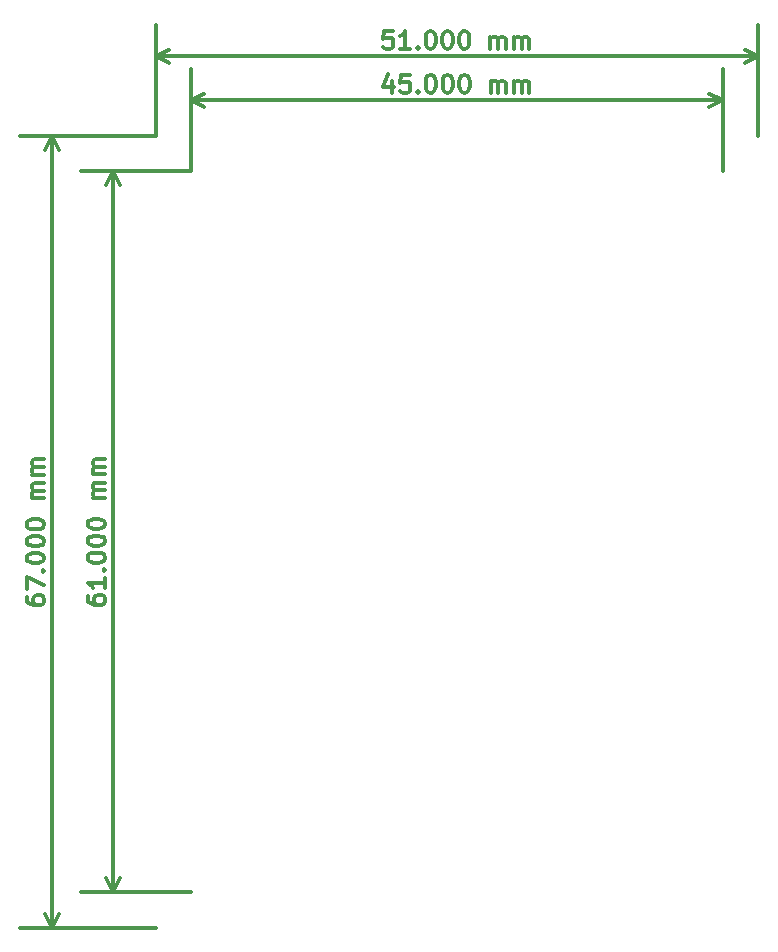
<source format=gbr>
G04 #@! TF.FileFunction,Drawing*
%FSLAX46Y46*%
G04 Gerber Fmt 4.6, Leading zero omitted, Abs format (unit mm)*
G04 Created by KiCad (PCBNEW 4.0.5) date 03/05/17 20:07:58*
%MOMM*%
%LPD*%
G01*
G04 APERTURE LIST*
%ADD10C,0.100000*%
%ADD11C,0.300000*%
G04 APERTURE END LIST*
D10*
D11*
X149228571Y-119749999D02*
X149228571Y-120035713D01*
X149300000Y-120178570D01*
X149371429Y-120249999D01*
X149585714Y-120392856D01*
X149871429Y-120464285D01*
X150442857Y-120464285D01*
X150585714Y-120392856D01*
X150657143Y-120321428D01*
X150728571Y-120178570D01*
X150728571Y-119892856D01*
X150657143Y-119749999D01*
X150585714Y-119678570D01*
X150442857Y-119607142D01*
X150085714Y-119607142D01*
X149942857Y-119678570D01*
X149871429Y-119749999D01*
X149800000Y-119892856D01*
X149800000Y-120178570D01*
X149871429Y-120321428D01*
X149942857Y-120392856D01*
X150085714Y-120464285D01*
X150728571Y-118178571D02*
X150728571Y-119035714D01*
X150728571Y-118607142D02*
X149228571Y-118607142D01*
X149442857Y-118749999D01*
X149585714Y-118892857D01*
X149657143Y-119035714D01*
X150585714Y-117535714D02*
X150657143Y-117464286D01*
X150728571Y-117535714D01*
X150657143Y-117607143D01*
X150585714Y-117535714D01*
X150728571Y-117535714D01*
X149228571Y-116535714D02*
X149228571Y-116392857D01*
X149300000Y-116250000D01*
X149371429Y-116178571D01*
X149514286Y-116107142D01*
X149800000Y-116035714D01*
X150157143Y-116035714D01*
X150442857Y-116107142D01*
X150585714Y-116178571D01*
X150657143Y-116250000D01*
X150728571Y-116392857D01*
X150728571Y-116535714D01*
X150657143Y-116678571D01*
X150585714Y-116750000D01*
X150442857Y-116821428D01*
X150157143Y-116892857D01*
X149800000Y-116892857D01*
X149514286Y-116821428D01*
X149371429Y-116750000D01*
X149300000Y-116678571D01*
X149228571Y-116535714D01*
X149228571Y-115107143D02*
X149228571Y-114964286D01*
X149300000Y-114821429D01*
X149371429Y-114750000D01*
X149514286Y-114678571D01*
X149800000Y-114607143D01*
X150157143Y-114607143D01*
X150442857Y-114678571D01*
X150585714Y-114750000D01*
X150657143Y-114821429D01*
X150728571Y-114964286D01*
X150728571Y-115107143D01*
X150657143Y-115250000D01*
X150585714Y-115321429D01*
X150442857Y-115392857D01*
X150157143Y-115464286D01*
X149800000Y-115464286D01*
X149514286Y-115392857D01*
X149371429Y-115321429D01*
X149300000Y-115250000D01*
X149228571Y-115107143D01*
X149228571Y-113678572D02*
X149228571Y-113535715D01*
X149300000Y-113392858D01*
X149371429Y-113321429D01*
X149514286Y-113250000D01*
X149800000Y-113178572D01*
X150157143Y-113178572D01*
X150442857Y-113250000D01*
X150585714Y-113321429D01*
X150657143Y-113392858D01*
X150728571Y-113535715D01*
X150728571Y-113678572D01*
X150657143Y-113821429D01*
X150585714Y-113892858D01*
X150442857Y-113964286D01*
X150157143Y-114035715D01*
X149800000Y-114035715D01*
X149514286Y-113964286D01*
X149371429Y-113892858D01*
X149300000Y-113821429D01*
X149228571Y-113678572D01*
X150728571Y-111392858D02*
X149728571Y-111392858D01*
X149871429Y-111392858D02*
X149800000Y-111321430D01*
X149728571Y-111178572D01*
X149728571Y-110964287D01*
X149800000Y-110821430D01*
X149942857Y-110750001D01*
X150728571Y-110750001D01*
X149942857Y-110750001D02*
X149800000Y-110678572D01*
X149728571Y-110535715D01*
X149728571Y-110321430D01*
X149800000Y-110178572D01*
X149942857Y-110107144D01*
X150728571Y-110107144D01*
X150728571Y-109392858D02*
X149728571Y-109392858D01*
X149871429Y-109392858D02*
X149800000Y-109321430D01*
X149728571Y-109178572D01*
X149728571Y-108964287D01*
X149800000Y-108821430D01*
X149942857Y-108750001D01*
X150728571Y-108750001D01*
X149942857Y-108750001D02*
X149800000Y-108678572D01*
X149728571Y-108535715D01*
X149728571Y-108321430D01*
X149800000Y-108178572D01*
X149942857Y-108107144D01*
X150728571Y-108107144D01*
X151400000Y-144750000D02*
X151400000Y-83750000D01*
X158000000Y-144750000D02*
X148700000Y-144750000D01*
X158000000Y-83750000D02*
X148700000Y-83750000D01*
X151400000Y-83750000D02*
X151986421Y-84876504D01*
X151400000Y-83750000D02*
X150813579Y-84876504D01*
X151400000Y-144750000D02*
X151986421Y-143623496D01*
X151400000Y-144750000D02*
X150813579Y-143623496D01*
X175000001Y-76078571D02*
X175000001Y-77078571D01*
X174642858Y-75507143D02*
X174285715Y-76578571D01*
X175214287Y-76578571D01*
X176500001Y-75578571D02*
X175785715Y-75578571D01*
X175714286Y-76292857D01*
X175785715Y-76221429D01*
X175928572Y-76150000D01*
X176285715Y-76150000D01*
X176428572Y-76221429D01*
X176500001Y-76292857D01*
X176571429Y-76435714D01*
X176571429Y-76792857D01*
X176500001Y-76935714D01*
X176428572Y-77007143D01*
X176285715Y-77078571D01*
X175928572Y-77078571D01*
X175785715Y-77007143D01*
X175714286Y-76935714D01*
X177214286Y-76935714D02*
X177285714Y-77007143D01*
X177214286Y-77078571D01*
X177142857Y-77007143D01*
X177214286Y-76935714D01*
X177214286Y-77078571D01*
X178214286Y-75578571D02*
X178357143Y-75578571D01*
X178500000Y-75650000D01*
X178571429Y-75721429D01*
X178642858Y-75864286D01*
X178714286Y-76150000D01*
X178714286Y-76507143D01*
X178642858Y-76792857D01*
X178571429Y-76935714D01*
X178500000Y-77007143D01*
X178357143Y-77078571D01*
X178214286Y-77078571D01*
X178071429Y-77007143D01*
X178000000Y-76935714D01*
X177928572Y-76792857D01*
X177857143Y-76507143D01*
X177857143Y-76150000D01*
X177928572Y-75864286D01*
X178000000Y-75721429D01*
X178071429Y-75650000D01*
X178214286Y-75578571D01*
X179642857Y-75578571D02*
X179785714Y-75578571D01*
X179928571Y-75650000D01*
X180000000Y-75721429D01*
X180071429Y-75864286D01*
X180142857Y-76150000D01*
X180142857Y-76507143D01*
X180071429Y-76792857D01*
X180000000Y-76935714D01*
X179928571Y-77007143D01*
X179785714Y-77078571D01*
X179642857Y-77078571D01*
X179500000Y-77007143D01*
X179428571Y-76935714D01*
X179357143Y-76792857D01*
X179285714Y-76507143D01*
X179285714Y-76150000D01*
X179357143Y-75864286D01*
X179428571Y-75721429D01*
X179500000Y-75650000D01*
X179642857Y-75578571D01*
X181071428Y-75578571D02*
X181214285Y-75578571D01*
X181357142Y-75650000D01*
X181428571Y-75721429D01*
X181500000Y-75864286D01*
X181571428Y-76150000D01*
X181571428Y-76507143D01*
X181500000Y-76792857D01*
X181428571Y-76935714D01*
X181357142Y-77007143D01*
X181214285Y-77078571D01*
X181071428Y-77078571D01*
X180928571Y-77007143D01*
X180857142Y-76935714D01*
X180785714Y-76792857D01*
X180714285Y-76507143D01*
X180714285Y-76150000D01*
X180785714Y-75864286D01*
X180857142Y-75721429D01*
X180928571Y-75650000D01*
X181071428Y-75578571D01*
X183357142Y-77078571D02*
X183357142Y-76078571D01*
X183357142Y-76221429D02*
X183428570Y-76150000D01*
X183571428Y-76078571D01*
X183785713Y-76078571D01*
X183928570Y-76150000D01*
X183999999Y-76292857D01*
X183999999Y-77078571D01*
X183999999Y-76292857D02*
X184071428Y-76150000D01*
X184214285Y-76078571D01*
X184428570Y-76078571D01*
X184571428Y-76150000D01*
X184642856Y-76292857D01*
X184642856Y-77078571D01*
X185357142Y-77078571D02*
X185357142Y-76078571D01*
X185357142Y-76221429D02*
X185428570Y-76150000D01*
X185571428Y-76078571D01*
X185785713Y-76078571D01*
X185928570Y-76150000D01*
X185999999Y-76292857D01*
X185999999Y-77078571D01*
X185999999Y-76292857D02*
X186071428Y-76150000D01*
X186214285Y-76078571D01*
X186428570Y-76078571D01*
X186571428Y-76150000D01*
X186642856Y-76292857D01*
X186642856Y-77078571D01*
X158000000Y-77750000D02*
X203000000Y-77750000D01*
X158000000Y-83750000D02*
X158000000Y-75050000D01*
X203000000Y-83750000D02*
X203000000Y-75050000D01*
X203000000Y-77750000D02*
X201873496Y-78336421D01*
X203000000Y-77750000D02*
X201873496Y-77163579D01*
X158000000Y-77750000D02*
X159126504Y-78336421D01*
X158000000Y-77750000D02*
X159126504Y-77163579D01*
X175059430Y-71858571D02*
X174345144Y-71858571D01*
X174273715Y-72572857D01*
X174345144Y-72501429D01*
X174488001Y-72430000D01*
X174845144Y-72430000D01*
X174988001Y-72501429D01*
X175059430Y-72572857D01*
X175130858Y-72715714D01*
X175130858Y-73072857D01*
X175059430Y-73215714D01*
X174988001Y-73287143D01*
X174845144Y-73358571D01*
X174488001Y-73358571D01*
X174345144Y-73287143D01*
X174273715Y-73215714D01*
X176559429Y-73358571D02*
X175702286Y-73358571D01*
X176130858Y-73358571D02*
X176130858Y-71858571D01*
X175988001Y-72072857D01*
X175845143Y-72215714D01*
X175702286Y-72287143D01*
X177202286Y-73215714D02*
X177273714Y-73287143D01*
X177202286Y-73358571D01*
X177130857Y-73287143D01*
X177202286Y-73215714D01*
X177202286Y-73358571D01*
X178202286Y-71858571D02*
X178345143Y-71858571D01*
X178488000Y-71930000D01*
X178559429Y-72001429D01*
X178630858Y-72144286D01*
X178702286Y-72430000D01*
X178702286Y-72787143D01*
X178630858Y-73072857D01*
X178559429Y-73215714D01*
X178488000Y-73287143D01*
X178345143Y-73358571D01*
X178202286Y-73358571D01*
X178059429Y-73287143D01*
X177988000Y-73215714D01*
X177916572Y-73072857D01*
X177845143Y-72787143D01*
X177845143Y-72430000D01*
X177916572Y-72144286D01*
X177988000Y-72001429D01*
X178059429Y-71930000D01*
X178202286Y-71858571D01*
X179630857Y-71858571D02*
X179773714Y-71858571D01*
X179916571Y-71930000D01*
X179988000Y-72001429D01*
X180059429Y-72144286D01*
X180130857Y-72430000D01*
X180130857Y-72787143D01*
X180059429Y-73072857D01*
X179988000Y-73215714D01*
X179916571Y-73287143D01*
X179773714Y-73358571D01*
X179630857Y-73358571D01*
X179488000Y-73287143D01*
X179416571Y-73215714D01*
X179345143Y-73072857D01*
X179273714Y-72787143D01*
X179273714Y-72430000D01*
X179345143Y-72144286D01*
X179416571Y-72001429D01*
X179488000Y-71930000D01*
X179630857Y-71858571D01*
X181059428Y-71858571D02*
X181202285Y-71858571D01*
X181345142Y-71930000D01*
X181416571Y-72001429D01*
X181488000Y-72144286D01*
X181559428Y-72430000D01*
X181559428Y-72787143D01*
X181488000Y-73072857D01*
X181416571Y-73215714D01*
X181345142Y-73287143D01*
X181202285Y-73358571D01*
X181059428Y-73358571D01*
X180916571Y-73287143D01*
X180845142Y-73215714D01*
X180773714Y-73072857D01*
X180702285Y-72787143D01*
X180702285Y-72430000D01*
X180773714Y-72144286D01*
X180845142Y-72001429D01*
X180916571Y-71930000D01*
X181059428Y-71858571D01*
X183345142Y-73358571D02*
X183345142Y-72358571D01*
X183345142Y-72501429D02*
X183416570Y-72430000D01*
X183559428Y-72358571D01*
X183773713Y-72358571D01*
X183916570Y-72430000D01*
X183987999Y-72572857D01*
X183987999Y-73358571D01*
X183987999Y-72572857D02*
X184059428Y-72430000D01*
X184202285Y-72358571D01*
X184416570Y-72358571D01*
X184559428Y-72430000D01*
X184630856Y-72572857D01*
X184630856Y-73358571D01*
X185345142Y-73358571D02*
X185345142Y-72358571D01*
X185345142Y-72501429D02*
X185416570Y-72430000D01*
X185559428Y-72358571D01*
X185773713Y-72358571D01*
X185916570Y-72430000D01*
X185987999Y-72572857D01*
X185987999Y-73358571D01*
X185987999Y-72572857D02*
X186059428Y-72430000D01*
X186202285Y-72358571D01*
X186416570Y-72358571D01*
X186559428Y-72430000D01*
X186630856Y-72572857D01*
X186630856Y-73358571D01*
X154988000Y-74030000D02*
X205988000Y-74030000D01*
X154988000Y-80780000D02*
X154988000Y-71330000D01*
X205988000Y-80780000D02*
X205988000Y-71330000D01*
X205988000Y-74030000D02*
X204861496Y-74616421D01*
X205988000Y-74030000D02*
X204861496Y-73443579D01*
X154988000Y-74030000D02*
X156114504Y-74616421D01*
X154988000Y-74030000D02*
X156114504Y-73443579D01*
X144066571Y-119779999D02*
X144066571Y-120065713D01*
X144138000Y-120208570D01*
X144209429Y-120279999D01*
X144423714Y-120422856D01*
X144709429Y-120494285D01*
X145280857Y-120494285D01*
X145423714Y-120422856D01*
X145495143Y-120351428D01*
X145566571Y-120208570D01*
X145566571Y-119922856D01*
X145495143Y-119779999D01*
X145423714Y-119708570D01*
X145280857Y-119637142D01*
X144923714Y-119637142D01*
X144780857Y-119708570D01*
X144709429Y-119779999D01*
X144638000Y-119922856D01*
X144638000Y-120208570D01*
X144709429Y-120351428D01*
X144780857Y-120422856D01*
X144923714Y-120494285D01*
X144066571Y-119137142D02*
X144066571Y-118137142D01*
X145566571Y-118779999D01*
X145423714Y-117565714D02*
X145495143Y-117494286D01*
X145566571Y-117565714D01*
X145495143Y-117637143D01*
X145423714Y-117565714D01*
X145566571Y-117565714D01*
X144066571Y-116565714D02*
X144066571Y-116422857D01*
X144138000Y-116280000D01*
X144209429Y-116208571D01*
X144352286Y-116137142D01*
X144638000Y-116065714D01*
X144995143Y-116065714D01*
X145280857Y-116137142D01*
X145423714Y-116208571D01*
X145495143Y-116280000D01*
X145566571Y-116422857D01*
X145566571Y-116565714D01*
X145495143Y-116708571D01*
X145423714Y-116780000D01*
X145280857Y-116851428D01*
X144995143Y-116922857D01*
X144638000Y-116922857D01*
X144352286Y-116851428D01*
X144209429Y-116780000D01*
X144138000Y-116708571D01*
X144066571Y-116565714D01*
X144066571Y-115137143D02*
X144066571Y-114994286D01*
X144138000Y-114851429D01*
X144209429Y-114780000D01*
X144352286Y-114708571D01*
X144638000Y-114637143D01*
X144995143Y-114637143D01*
X145280857Y-114708571D01*
X145423714Y-114780000D01*
X145495143Y-114851429D01*
X145566571Y-114994286D01*
X145566571Y-115137143D01*
X145495143Y-115280000D01*
X145423714Y-115351429D01*
X145280857Y-115422857D01*
X144995143Y-115494286D01*
X144638000Y-115494286D01*
X144352286Y-115422857D01*
X144209429Y-115351429D01*
X144138000Y-115280000D01*
X144066571Y-115137143D01*
X144066571Y-113708572D02*
X144066571Y-113565715D01*
X144138000Y-113422858D01*
X144209429Y-113351429D01*
X144352286Y-113280000D01*
X144638000Y-113208572D01*
X144995143Y-113208572D01*
X145280857Y-113280000D01*
X145423714Y-113351429D01*
X145495143Y-113422858D01*
X145566571Y-113565715D01*
X145566571Y-113708572D01*
X145495143Y-113851429D01*
X145423714Y-113922858D01*
X145280857Y-113994286D01*
X144995143Y-114065715D01*
X144638000Y-114065715D01*
X144352286Y-113994286D01*
X144209429Y-113922858D01*
X144138000Y-113851429D01*
X144066571Y-113708572D01*
X145566571Y-111422858D02*
X144566571Y-111422858D01*
X144709429Y-111422858D02*
X144638000Y-111351430D01*
X144566571Y-111208572D01*
X144566571Y-110994287D01*
X144638000Y-110851430D01*
X144780857Y-110780001D01*
X145566571Y-110780001D01*
X144780857Y-110780001D02*
X144638000Y-110708572D01*
X144566571Y-110565715D01*
X144566571Y-110351430D01*
X144638000Y-110208572D01*
X144780857Y-110137144D01*
X145566571Y-110137144D01*
X145566571Y-109422858D02*
X144566571Y-109422858D01*
X144709429Y-109422858D02*
X144638000Y-109351430D01*
X144566571Y-109208572D01*
X144566571Y-108994287D01*
X144638000Y-108851430D01*
X144780857Y-108780001D01*
X145566571Y-108780001D01*
X144780857Y-108780001D02*
X144638000Y-108708572D01*
X144566571Y-108565715D01*
X144566571Y-108351430D01*
X144638000Y-108208572D01*
X144780857Y-108137144D01*
X145566571Y-108137144D01*
X146238000Y-147780000D02*
X146238000Y-80780000D01*
X154988000Y-147780000D02*
X143538000Y-147780000D01*
X154988000Y-80780000D02*
X143538000Y-80780000D01*
X146238000Y-80780000D02*
X146824421Y-81906504D01*
X146238000Y-80780000D02*
X145651579Y-81906504D01*
X146238000Y-147780000D02*
X146824421Y-146653496D01*
X146238000Y-147780000D02*
X145651579Y-146653496D01*
M02*

</source>
